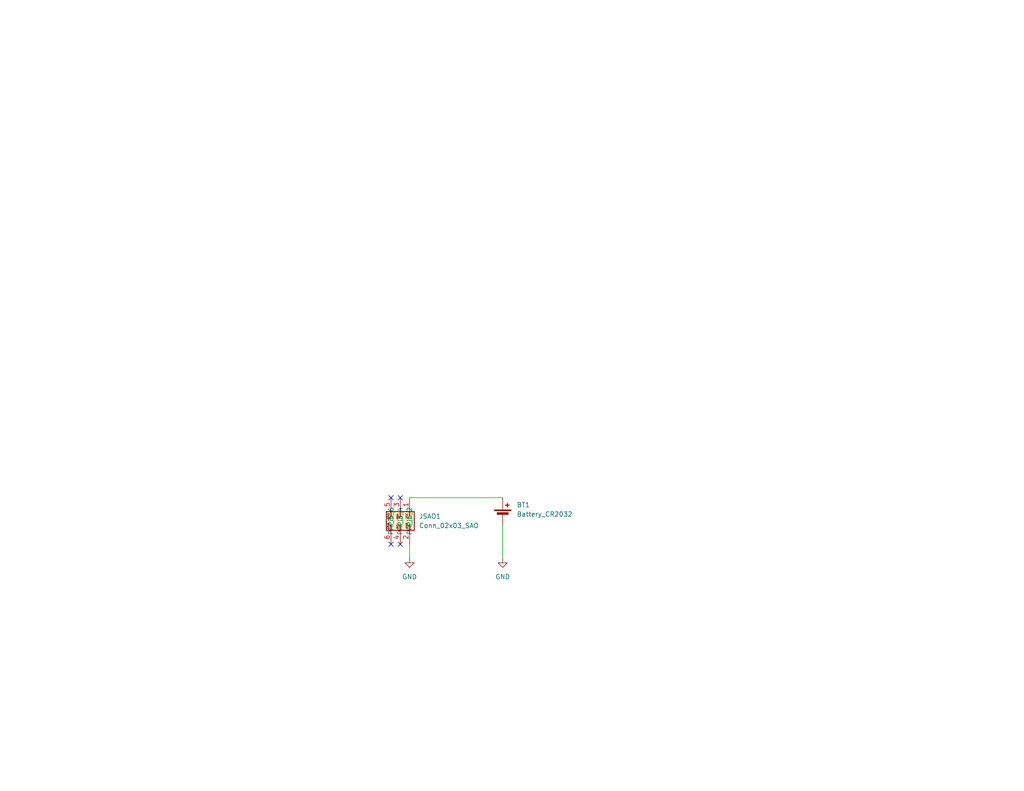
<source format=kicad_sch>
(kicad_sch (version 20250114) (generator "eeschema") (generator_version "9.0")
  (paper "USLetter")
  (title_block (title "SAO_Pin") (date "2025-02-09") (rev "1") (company "Crafted by @alt_bier a.k.a. Richard Gowen"))
  (lib_symbols
    (symbol "0_local:Conn_02x03_SAO" (pin_names (offset 1.016))
      (property "Reference" "JSAO" (at 1.27 5.08 0))
      (property "Value" "Conn_02x03_SAO" (at 1.27 -5.08 0))
      (symbol "Conn_02x03_SAO_1_1"
        (rectangle (start -1.27 3.81) (end 3.81 -3.81) (stroke (width 0.254)) (fill (type background)))
        (rectangle (start -1.27 2.667) (end 0 2.413) (stroke (width 0.1524)))
        (rectangle (start -1.27 0.127) (end 0 -0.127) (stroke (width 0.1524)))
        (rectangle (start -1.27 -2.413) (end 0 -2.667) (stroke (width 0.1524)))
        (rectangle (start 3.81 2.667) (end 2.54 2.413) (stroke (width 0.1524)))
        (rectangle (start 3.81 0.127) (end 2.54 -0.127) (stroke (width 0.1524)))
        (rectangle (start 3.81 -2.413) (end 2.54 -2.667) (stroke (width 0.1524)))
        (text "VCC" (at -0.127 1.778 0) (effects (font (size 0.5 0.5))))
        (text "SDA" (at -0.0254 -0.7366 0) (effects (font (size 0.5 0.5))))
        (text "GPIO" (at -0.0254 -3.2004 0) (effects (font (size 0.5 0.5))))
        (text "GND\n" (at 2.5654 1.7526 0) (effects (font (size 0.5 0.5))))
        (text "SCL\n" (at 2.667 -0.762 0) (effects (font (size 0.5 0.5))))
        (text "GPIO" (at 2.667 -3.2258 0) (effects (font (size 0.5 0.5))))
        (pin passive line (at -5.08 2.54 0) (length 3.81) (name "Pin_1") (number "1"))
        (pin passive line (at -5.08 0 0) (length 3.81) (name "Pin_3") (number "3"))
        (pin passive line (at -5.08 -2.54 0) (length 3.81) (name "Pin_5") (number "5"))
        (pin passive line (at 7.62 2.54 180) (length 3.81) (name "Pin_2") (number "2"))
        (pin passive line (at 7.62 0 180) (length 3.81) (name "Pin_4") (number "4"))
        (pin passive line (at 7.62 -2.54 180) (length 3.81) (name "Pin_6") (number "6"))
      )
    )
    (symbol "Device:Battery_Cell" (pin_numbers (hide yes)) (pin_names (offset 0) (hide yes))
      (property "Reference" "BT" (at 2.54 2.54 0))
      (property "Value" "Battery_Cell" (at 2.54 0 0))
      (symbol "Battery_Cell_0_1"
        (rectangle (start -2.286 1.778) (end 2.286 1.524) (fill (type outline)))
        (rectangle (start -1.524 1.016) (end 1.524 0.508) (fill (type outline)))
        (polyline (pts (xy 0 1.778) (xy 0 2.54)))
        (polyline (pts (xy 0 0.762) (xy 0 0)))
        (polyline (pts (xy 0.762 3.048) (xy 1.778 3.048)) (stroke (width 0.254)))
        (polyline (pts (xy 1.27 3.556) (xy 1.27 2.54)) (stroke (width 0.254)))
      )
      (symbol "Battery_Cell_1_1"
        (pin passive line (at 0 5.08 270) (length 2.54) (name "+") (number "1"))
        (pin passive line (at 0 -2.54 90) (length 2.54) (name "-") (number "2"))
      )
    )
    (symbol "power:GND" (power) (pin_numbers (hide yes)) (pin_names (offset 0) (hide yes))
      (property "Value" "GND" (at 0 -3.81 0))
      (symbol "GND_0_1"
        (polyline (pts (xy 0 0) (xy 0 -1.27) (xy 1.27 -1.27) (xy 0 -2.54) (xy -1.27 -1.27) (xy 0 -1.27)))
      )
      (symbol "GND_1_1"
        (pin power_in line (at 0 0 270) (length 0) (name "~") (number "1"))
      )
    )
  )
  (no_connect (at 106.68 148.59))
  (no_connect (at 109.22 135.89))
  (no_connect (at 109.22 148.59))
  (no_connect (at 106.68 135.89))
  (wire (pts (xy 111.76 148.59) (xy 111.76 152.4)))
  (wire (pts (xy 111.76 135.89) (xy 137.16 135.89)))
  (wire (pts (xy 137.16 143.51) (xy 137.16 152.4)))
  (symbol (lib_id "0_local:Conn_02x03_SAO") (at 109.22 140.97 270) (unit 1)
    (property "Reference" "JSAO1" (at 114.3 140.9699 90) (effects (justify left)))
    (property "Value" "Conn_02x03_SAO" (at 114.3 143.5099 90) (effects (justify left)))
    (property "Footprint" "0_sao_v169bis:SAOv169-BADGEv2-PO-2x3" (effects (hide yes)))
    (property "Description" "Generic connector, double row, 02x03, odd/even pin numbering scheme (row 1 odd numbers, row 2 even numbers), script generated (kicad-library-utils/schlib/autogen/connector/)" (effects (hide yes)))
  )
  (symbol (lib_id "power:GND") (at 137.16 152.4 0) (unit 1)
    (property "Reference" "#PWR02" (effects (hide yes)))
    (property "Value" "GND" (at 137.16 157.48 0))
    (property "Description" "Power symbol creates a global label with name \"GND\" , ground" (effects (hide yes)))
  )
  (symbol (lib_id "power:GND") (at 111.76 152.4 0) (unit 1)
    (property "Reference" "#PWR01" (effects (hide yes)))
    (property "Value" "GND" (at 111.76 157.48 0))
    (property "Description" "Power symbol creates a global label with name \"GND\" , ground" (effects (hide yes)))
  )
  (symbol (lib_id "Device:Battery_Cell") (at 137.16 140.97 0) (unit 1)
    (property "Reference" "BT1" (at 140.97 137.8584 0) (effects (justify left)))
    (property "Value" "Battery_CR2032" (at 140.97 140.3984 0) (effects (justify left)))
    (property "Footprint" "0_local:BatteryHolder_CR2032-BS-2-1_Back_backsilk" (effects (hide yes)))
    (property "Description" "Single-cell 2032 battery" (effects (hide yes)))
  )
)
</source>
